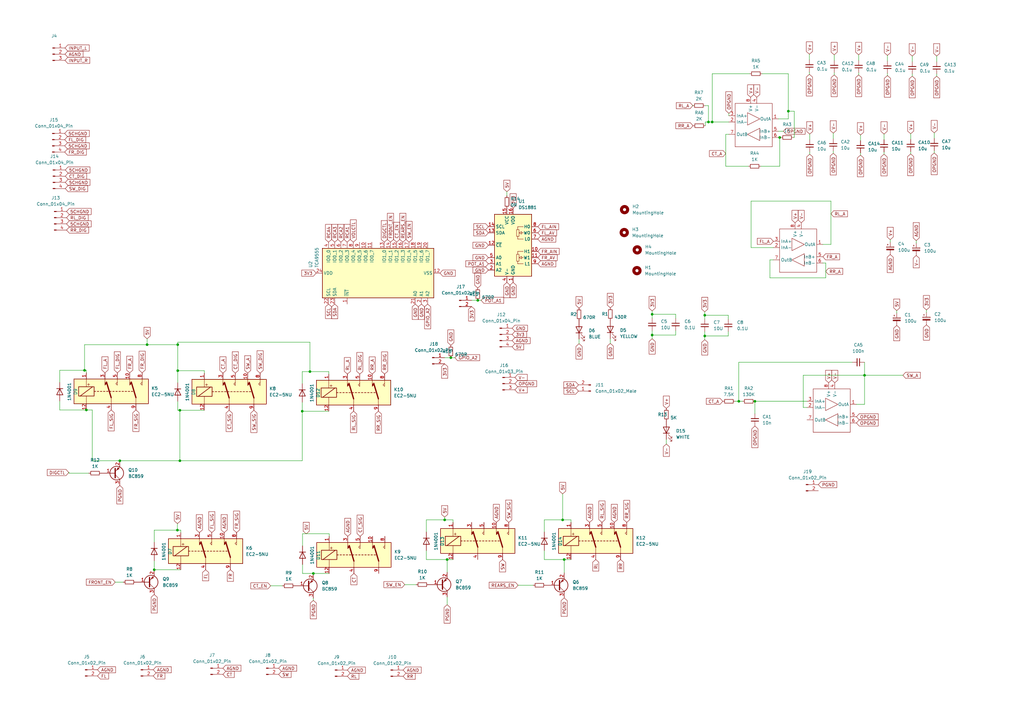
<source format=kicad_sch>
(kicad_sch (version 20230121) (generator eeschema)
  (paper "A3")
  (junction (at 267.462 128.905))
  (junction (at 73.787 168.275))
  (junction (at 323.342 45.593))
  (junction (at 309.626 164.592))
  (junction (at 354.584 153.924))
  (junction (at 49.149 188.976))
  (junction (at 267.462 137.414))
  (junction (at 34.671 151.892))
  (junction (at 231.394 229.489))
  (junction (at 319.786 56.388))
  (junction (at 183.388 229.489))
  (junction (at 292.1 50.038))
  (junction (at 289.052 129.286))
  (junction (at 73.787 188.976))
  (junction (at 72.898 152.019))
  (junction (at 289.052 137.795))
  (junction (at 35.433 168.148))
  (junction (at 230.759 213.233))
  (junction (at 195.961 123.19))
  (junction (at 128.524 235.204))
  (junction (at 72.771 217.424))
  (junction (at 127.127 152.4))
  (junction (at 123.952 168.656))
  (junction (at 72.898 141.351))
  (junction (at 184.912 146.685))
  (junction (at 182.372 213.233))
  (junction (at 303.022 164.592))
  (junction (at 63.246 233.68))
  (junction (at 290.576 50.038))
  (junction (at 60.325 141.351))
  (wire (pts (xy 315.7925 113.9728) (xy 315.7925 106.6068)))
  (wire (pts (xy 370.332 153.924) (xy 354.584 153.924)))
  (wire (pts (xy 384.175 31.242) (xy 384.175 30.353)))
  (wire (pts (xy 28.321 194.056) (xy 36.449 194.056)))
  (wire (pts (xy 309.626 164.592) (xy 309.626 169.672)))
  (wire (pts (xy 331.978 30.48) (xy 331.978 29.591)))
  (wire (pts (xy 284.099 43.307) (xy 284.226 43.307)))
  (wire (pts (xy 289.052 137.795) (xy 298.704 137.795)))
  (wire (pts (xy 47.244 238.76) (xy 50.546 238.76)))
  (wire (pts (xy 123.952 188.976) (xy 73.787 188.976)))
  (wire (pts (xy 124.079 235.204) (xy 124.079 231.521)))
  (wire (pts (xy 230.759 202.565) (xy 230.759 213.233)))
  (wire (pts (xy 325.755 45.593) (xy 325.755 56.388)))
  (wire (pts (xy 174.879 229.489) (xy 183.388 229.489)))
  (wire (pts (xy 284.226 43.3323) (xy 284.1459 43.3323)))
  (wire (pts (xy 338.6525 107.8768) (xy 338.6525 113.9728)))
  (wire (pts (xy 290.576 50.038) (xy 292.1 50.038)))
  (wire (pts (xy 185.801 213.233) (xy 185.801 214.249)))
  (wire (pts (xy 367.792 127.381) (xy 367.792 128.397)))
  (wire (pts (xy 374.142 31.242) (xy 374.142 30.353)))
  (wire (pts (xy 212.471 240.03) (xy 218.694 240.03)))
  (wire (pts (xy 292.1 30.226) (xy 292.1 50.038)))
  (wire (pts (xy 267.462 138.938) (xy 267.462 137.414)))
  (wire (pts (xy 73.787 168.275) (xy 73.787 188.976)))
  (wire (pts (xy 49.149 188.976) (xy 73.787 188.976)))
  (wire (pts (xy 72.898 168.275) (xy 72.898 164.592)))
  (wire (pts (xy 323.342 45.593) (xy 323.342 30.226)))
  (wire (pts (xy 28.321 193.802) (xy 28.321 194.056)))
  (wire (pts (xy 24.511 156.845) (xy 24.511 151.892)))
  (wire (pts (xy 338.6525 113.9728) (xy 315.7925 113.9728)))
  (wire (pts (xy 110.998 240.284) (xy 115.824 240.284)))
  (wire (pts (xy 24.511 151.892) (xy 34.671 151.892)))
  (wire (pts (xy 379.984 127.127) (xy 379.984 128.143)))
  (wire (pts (xy 351.282 165.862) (xy 354.584 165.862)))
  (wire (pts (xy 197.358 123.19) (xy 195.961 123.19)))
  (wire (pts (xy 342.138 24.765) (xy 342.138 22.479)))
  (wire (pts (xy 362.585 63.246) (xy 362.585 62.357)))
  (wire (pts (xy 383.159 56.769) (xy 383.159 54.483)))
  (wire (pts (xy 63.246 233.68) (xy 74.168 233.68)))
  (wire (pts (xy 123.952 157.353) (xy 123.952 152.4)))
  (wire (pts (xy 63.246 217.424) (xy 72.771 217.424)))
  (wire (pts (xy 83.82 152.019) (xy 83.82 153.035)))
  (wire (pts (xy 174.879 229.489) (xy 174.879 225.806)))
  (wire (pts (xy 183.388 234.696) (xy 183.388 229.489)))
  (wire (pts (xy 301.498 164.592) (xy 303.022 164.592)))
  (wire (pts (xy 277.114 128.905) (xy 267.462 128.905)))
  (wire (pts (xy 323.342 30.226) (xy 312.547 30.226)))
  (wire (pts (xy 207.899 80.264) (xy 207.899 78.613)))
  (wire (pts (xy 237.49 140.97) (xy 237.49 139.065)))
  (wire (pts (xy 289.306 50.038) (xy 289.306 51.562)))
  (wire (pts (xy 362.585 57.277) (xy 362.585 54.991)))
  (wire (pts (xy 83.82 168.275) (xy 73.787 168.275)))
  (wire (pts (xy 60.325 141.351) (xy 34.671 141.351)))
  (wire (pts (xy 317.1895 101.5268) (xy 308.0455 101.5268)))
  (wire (pts (xy 352.171 24.765) (xy 352.171 22.479)))
  (wire (pts (xy 267.462 128.905) (xy 267.462 130.556)))
  (wire (pts (xy 319.278 48.768) (xy 323.342 48.768)))
  (wire (pts (xy 320.294 56.388) (xy 319.786 56.388)))
  (wire (pts (xy 352.933 63.627) (xy 352.933 62.738)))
  (wire (pts (xy 384.175 25.273) (xy 384.175 22.987)))
  (wire (pts (xy 303.022 148.59) (xy 303.022 164.592)))
  (wire (pts (xy 306.959 68.199) (xy 297.688 68.199)))
  (wire (pts (xy 72.771 217.424) (xy 74.168 217.424)))
  (wire (pts (xy 184.912 146.685) (xy 182.372 146.685)))
  (wire (pts (xy 73.787 168.275) (xy 72.898 168.275)))
  (wire (pts (xy 325.755 56.388) (xy 325.374 56.388)))
  (wire (pts (xy 183.388 229.489) (xy 185.801 229.489)))
  (wire (pts (xy 134.874 168.656) (xy 123.952 168.656)))
  (wire (pts (xy 128.524 235.204) (xy 135.001 235.204)))
  (wire (pts (xy 373.507 57.15) (xy 373.507 54.864)))
  (wire (pts (xy 332.105 57.277) (xy 332.105 54.991)))
  (wire (pts (xy 182.372 212.09) (xy 182.372 213.233)))
  (wire (pts (xy 323.342 45.593) (xy 325.755 45.593)))
  (wire (pts (xy 340.8115 82.4768) (xy 340.8115 100.2568)))
  (wire (pts (xy 72.898 141.351) (xy 72.898 152.019)))
  (wire (pts (xy 223.266 218.186) (xy 223.266 213.233)))
  (wire (pts (xy 290.576 43.307) (xy 290.576 50.038)))
  (wire (pts (xy 127.127 152.4) (xy 134.874 152.4)))
  (wire (pts (xy 292.1 50.038) (xy 298.958 50.038)))
  (wire (pts (xy 60.325 141.351) (xy 72.898 141.351)))
  (wire (pts (xy 72.771 214.757) (xy 72.771 217.424)))
  (wire (pts (xy 267.462 127.508) (xy 267.462 128.905)))
  (wire (pts (xy 134.874 152.4) (xy 134.874 153.416)))
  (wire (pts (xy 289.052 137.795) (xy 289.052 136.017)))
  (wire (pts (xy 35.433 168.148) (xy 37.846 168.148)))
  (wire (pts (xy 303.022 164.592) (xy 304.546 164.592)))
  (wire (pts (xy 273.304 182.118) (xy 273.304 180.213)))
  (wire (pts (xy 363.982 25.019) (xy 363.982 22.733)))
  (wire (pts (xy 124.079 235.204) (xy 128.524 235.204)))
  (wire (pts (xy 37.846 188.976) (xy 37.846 168.148)))
  (wire (pts (xy 374.142 25.273) (xy 374.142 22.987)))
  (wire (pts (xy 329.438 153.924) (xy 354.584 153.924)))
  (wire (pts (xy 267.462 137.414) (xy 277.114 137.414)))
  (wire (pts (xy 330.962 167.132) (xy 329.438 167.132)))
  (wire (pts (xy 303.022 148.59) (xy 349.504 148.59)))
  (wire (pts (xy 74.168 217.424) (xy 74.168 218.44)))
  (wire (pts (xy 298.704 129.286) (xy 289.052 129.286)))
  (wire (pts (xy 182.372 213.233) (xy 185.801 213.233)))
  (wire (pts (xy 284.226 43.307) (xy 284.226 43.3323)))
  (wire (pts (xy 123.952 168.656) (xy 123.952 188.976)))
  (wire (pts (xy 383.159 62.738) (xy 383.159 61.849)))
  (wire (pts (xy 183.388 244.856) (xy 183.388 248.031)))
  (wire (pts (xy 35.433 151.892) (xy 35.433 152.908)))
  (wire (pts (xy 124.079 223.901) (xy 124.079 218.948)))
  (wire (pts (xy 223.266 213.233) (xy 230.759 213.233)))
  (wire (pts (xy 72.898 156.972) (xy 72.898 152.019)))
  (wire (pts (xy 186.563 146.685) (xy 184.912 146.685)))
  (wire (pts (xy 123.952 168.656) (xy 123.952 164.973)))
  (wire (pts (xy 289.052 127.889) (xy 289.052 129.286)))
  (wire (pts (xy 37.846 188.976) (xy 49.149 188.976)))
  (wire (pts (xy 127.127 140.335) (xy 72.898 140.335)))
  (wire (pts (xy 165.989 239.776) (xy 170.688 239.776)))
  (wire (pts (xy 231.394 229.489) (xy 234.188 229.489)))
  (wire (pts (xy 230.759 213.233) (xy 234.188 213.233)))
  (wire (pts (xy 331.978 24.511) (xy 331.978 22.225)))
  (wire (pts (xy 341.757 56.896) (xy 341.757 54.61)))
  (wire (pts (xy 174.879 213.233) (xy 182.372 213.233)))
  (wire (pts (xy 319.278 53.848) (xy 321.31 53.848)))
  (wire (pts (xy 289.306 50.038) (xy 290.576 50.038)))
  (wire (pts (xy 292.1 30.226) (xy 307.467 30.226)))
  (wire (pts (xy 63.246 233.68) (xy 63.246 229.997)))
  (wire (pts (xy 365.125 98.298) (xy 365.125 99.314)))
  (wire (pts (xy 234.188 213.233) (xy 234.188 214.249)))
  (wire (pts (xy 277.114 137.414) (xy 277.114 135.636)))
  (wire (pts (xy 24.511 168.148) (xy 24.511 164.465)))
  (wire (pts (xy 308.0455 82.4768) (xy 340.8115 82.4768)))
  (wire (pts (xy 267.462 137.414) (xy 267.462 135.636)))
  (wire (pts (xy 315.7925 106.6068) (xy 317.1895 106.6068)))
  (wire (pts (xy 34.671 151.892) (xy 35.433 151.892)))
  (wire (pts (xy 231.394 229.489) (xy 231.394 234.95)))
  (wire (pts (xy 289.052 139.319) (xy 289.052 137.795)))
  (wire (pts (xy 297.688 55.118) (xy 298.958 55.118)))
  (wire (pts (xy 329.438 167.132) (xy 329.438 153.924)))
  (wire (pts (xy 352.171 30.734) (xy 352.171 29.845)))
  (wire (pts (xy 352.933 57.658) (xy 352.933 55.372)))
  (wire (pts (xy 341.757 62.865) (xy 341.757 61.976)))
  (wire (pts (xy 223.266 229.489) (xy 223.266 225.806)))
  (wire (pts (xy 337.5095 107.8768) (xy 338.6525 107.8768)))
  (wire (pts (xy 375.793 98.679) (xy 375.793 99.695)))
  (wire (pts (xy 363.982 30.988) (xy 363.982 30.099)))
  (wire (pts (xy 298.704 130.937) (xy 298.704 129.286)))
  (wire (pts (xy 135.001 218.948) (xy 135.001 219.964)))
  (wire (pts (xy 250.317 140.843) (xy 250.317 138.938)))
  (wire (pts (xy 195.961 123.19) (xy 193.421 123.19)))
  (wire (pts (xy 60.325 138.938) (xy 60.325 141.351)))
  (wire (pts (xy 289.179 43.307) (xy 290.576 43.307)))
  (wire (pts (xy 72.898 152.019) (xy 83.82 152.019)))
  (wire (pts (xy 123.952 152.4) (xy 127.127 152.4)))
  (wire (pts (xy 337.5095 100.2568) (xy 340.8115 100.2568)))
  (wire (pts (xy 319.786 56.388) (xy 319.786 68.199)))
  (wire (pts (xy 28.194 193.802) (xy 28.321 193.802)))
  (wire (pts (xy 319.786 56.388) (xy 319.278 56.388)))
  (wire (pts (xy 312.039 68.199) (xy 319.786 68.199)))
  (wire (pts (xy 174.879 218.186) (xy 174.879 213.233)))
  (wire (pts (xy 354.584 148.59) (xy 354.584 153.924)))
  (wire (pts (xy 309.626 164.592) (xy 330.962 164.592)))
  (wire (pts (xy 127.127 152.4) (xy 127.127 140.335)))
  (wire (pts (xy 24.511 168.148) (xy 35.433 168.148)))
  (wire (pts (xy 289.052 129.286) (xy 289.052 130.937)))
  (wire (pts (xy 308.0455 101.5268) (xy 308.0455 82.4768)))
  (wire (pts (xy 63.246 222.377) (xy 63.246 217.424)))
  (wire (pts (xy 298.704 137.795) (xy 298.704 136.017)))
  (wire (pts (xy 297.688 68.199) (xy 297.688 55.118)))
  (wire (pts (xy 72.898 140.335) (xy 72.898 141.351)))
  (wire (pts (xy 342.138 30.734) (xy 342.138 29.845)))
  (wire (pts (xy 354.584 153.924) (xy 354.584 165.862)))
  (wire (pts (xy 332.105 63.246) (xy 332.105 62.357)))
  (wire (pts (xy 277.114 130.556) (xy 277.114 128.905)))
  (wire (pts (xy 373.507 63.119) (xy 373.507 62.23)))
  (wire (pts (xy 298.958 46.482) (xy 298.958 47.498)))
  (wire (pts (xy 124.079 218.948) (xy 135.001 218.948)))
  (wire (pts (xy 34.671 141.351) (xy 34.671 151.892)))
  (wire (pts (xy 128.524 246.253) (xy 128.524 245.364)))
  (wire (pts (xy 223.266 229.489) (xy 231.394 229.489)))
  (wire (pts (xy 323.342 48.768) (xy 323.342 45.593)))
  (global_label "AGND" (shape input) (at 91.44 274.066 0) (property "Intersheetrefs" "${INTERSHEET_REFS}" (effects hide)))
  (global_label "V-" (shape input) (at 342.392 156.972 90) (property "Intersheetrefs" "${INTERSHEET_REFS}" (effects hide)))
  (global_label "AGND" (shape input) (at 142.494 274.828 0) (property "Intersheetrefs" "${INTERSHEET_REFS}" (effects hide)))
  (global_label "3V3" (shape input) (at 379.984 127.127 90) (property "Intersheetrefs" "${INTERSHEET_REFS}" (effects hide)))
  (global_label "5CHGND" (shape input) (at 27.305 86.741 0) (property "Intersheetrefs" "${INTERSHEET_REFS}" (effects hide)))
  (global_label "GND" (shape input) (at 200.279 110.744 180) (property "Intersheetrefs" "${INTERSHEET_REFS}" (effects hide)))
  (global_label "AGND" (shape input) (at 142.621 219.964 90) (property "Intersheetrefs" "${INTERSHEET_REFS}" (effects hide)))
  (global_label "3V3" (shape input) (at 193.421 125.73 270) (property "Intersheetrefs" "${INTERSHEET_REFS}" (effects hide)))
  (global_label "PGND" (shape input) (at 63.246 243.84 270) (property "Intersheetrefs" "${INTERSHEET_REFS}" (effects hide)))
  (global_label "5CHGND" (shape input) (at 26.797 74.803 0) (property "Intersheetrefs" "${INTERSHEET_REFS}" (effects hide)))
  (global_label "3V3" (shape input) (at 182.372 149.225 270) (property "Intersheetrefs" "${INTERSHEET_REFS}" (effects hide)))
  (global_label "GND" (shape input) (at 367.792 133.477 270) (property "Intersheetrefs" "${INTERSHEET_REFS}" (effects hide)))
  (global_label "V+" (shape input) (at 352.933 55.372 90) (property "Intersheetrefs" "${INTERSHEET_REFS}" (effects hide)))
  (global_label "GND" (shape input) (at 250.317 140.843 270) (property "Intersheetrefs" "${INTERSHEET_REFS}" (effects hide)))
  (global_label "5V" (shape input) (at 210.058 142.24 0) (property "Intersheetrefs" "${INTERSHEET_REFS}" (effects hide)))
  (global_label "CT_EN" (shape input) (at 110.998 240.284 180) (property "Intersheetrefs" "${INTERSHEET_REFS}" (effects hide)))
  (global_label "SW_DIG" (shape input) (at 106.68 153.035 90) (property "Intersheetrefs" "${INTERSHEET_REFS}" (effects hide)))
  (global_label "REARS_EN" (shape input) (at 212.471 240.03 180) (property "Intersheetrefs" "${INTERSHEET_REFS}" (effects hide)))
  (global_label "5V" (shape input) (at 207.899 78.613 90) (property "Intersheetrefs" "${INTERSHEET_REFS}" (effects hide)))
  (global_label "AGND" (shape input) (at 81.788 218.44 90) (property "Intersheetrefs" "${INTERSHEET_REFS}" (effects hide)))
  (global_label "GND" (shape input) (at 379.984 133.223 270) (property "Intersheetrefs" "${INTERSHEET_REFS}" (effects hide)))
  (global_label "3V3" (shape input) (at 210.439 85.344 90) (property "Intersheetrefs" "${INTERSHEET_REFS}" (effects hide)))
  (global_label "3V3" (shape input) (at 250.317 126.238 90) (property "Intersheetrefs" "${INTERSHEET_REFS}" (effects hide)))
  (global_label "5V" (shape input) (at 125.603 218.948 90) (property "Intersheetrefs" "${INTERSHEET_REFS}" (effects hide)))
  (global_label "GND" (shape input) (at 184.912 141.605 90) (property "Intersheetrefs" "${INTERSHEET_REFS}" (effects hide)))
  (global_label "CT_A" (shape input) (at 296.418 164.592 180) (property "Intersheetrefs" "${INTERSHEET_REFS}" (effects hide)))
  (global_label "RL_A" (shape input) (at 284.1459 43.3323 180) (property "Intersheetrefs" "${INTERSHEET_REFS}" (effects hide)))
  (global_label "GND" (shape input) (at 210.058 134.62 0) (property "Intersheetrefs" "${INTERSHEET_REFS}" (effects hide)))
  (global_label "3V3" (shape input) (at 129.667 112.014 180) (property "Intersheetrefs" "${INTERSHEET_REFS}" (effects hide)))
  (global_label "AGND" (shape input) (at 375.793 98.679 90) (property "Intersheetrefs" "${INTERSHEET_REFS}" (effects hide)))
  (global_label "FL_A" (shape input) (at 43.053 152.908 90) (property "Intersheetrefs" "${INTERSHEET_REFS}" (effects hide)))
  (global_label "CT_A" (shape input) (at 297.688 62.992 180) (property "Intersheetrefs" "${INTERSHEET_REFS}" (effects hide)))
  (global_label "AGND" (shape input) (at 203.581 214.249 90) (property "Intersheetrefs" "${INTERSHEET_REFS}" (effects hide)))
  (global_label "V+" (shape input) (at 273.304 167.513 90) (property "Intersheetrefs" "${INTERSHEET_REFS}" (effects hide)))
  (global_label "5V" (shape input) (at 182.372 212.09 90) (property "Intersheetrefs" "${INTERSHEET_REFS}" (effects hide)))
  (global_label "AGND" (shape input) (at 62.865 274.701 0) (property "Intersheetrefs" "${INTERSHEET_REFS}" (effects hide)))
  (global_label "PGND" (shape input) (at 231.394 245.237 270) (property "Intersheetrefs" "${INTERSHEET_REFS}" (effects hide)))
  (global_label "V+" (shape input) (at 307.848 39.878 90) (property "Intersheetrefs" "${INTERSHEET_REFS}" (effects hide)))
  (global_label "PGND" (shape input) (at 335.661 198.755 0) (property "Intersheetrefs" "${INTERSHEET_REFS}" (effects hide)))
  (global_label "SCL" (shape input) (at 200.279 92.964 180) (property "Intersheetrefs" "${INTERSHEET_REFS}" (effects hide)))
  (global_label "RL_DIG" (shape input) (at 27.305 89.281 0) (property "Intersheetrefs" "${INTERSHEET_REFS}" (effects hide)))
  (global_label "FL_A" (shape input) (at 317.1895 98.9868 180) (property "Intersheetrefs" "${INTERSHEET_REFS}" (effects hide)))
  (global_label "PGND" (shape input) (at 128.524 246.253 270) (property "Intersheetrefs" "${INTERSHEET_REFS}" (effects hide)))
  (global_label "FR_AIN" (shape input) (at 220.599 103.124 0) (property "Intersheetrefs" "${INTERSHEET_REFS}" (effects hide)))
  (global_label "PGND" (shape input) (at 49.149 199.136 270) (property "Intersheetrefs" "${INTERSHEET_REFS}" (effects hide)))
  (global_label "OPGND" (shape input) (at 332.105 63.246 270) (property "Intersheetrefs" "${INTERSHEET_REFS}" (effects hide)))
  (global_label "RCA1" (shape input) (at 142.367 99.314 90) (property "Intersheetrefs" "${INTERSHEET_REFS}" (effects hide)))
  (global_label "OPGND" (shape input) (at 352.933 63.627 270) (property "Intersheetrefs" "${INTERSHEET_REFS}" (effects hide)))
  (global_label "SW" (shape input) (at 114.3 276.606 0) (property "Intersheetrefs" "${INTERSHEET_REFS}" (effects hide)))
  (global_label "OPGND" (shape input) (at 309.626 174.752 270) (property "Intersheetrefs" "${INTERSHEET_REFS}" (effects hide)))
  (global_label "OPGND" (shape input) (at 351.282 170.942 0) (property "Intersheetrefs" "${INTERSHEET_REFS}" (effects hide)))
  (global_label "5V" (shape input) (at 367.792 127.381 90) (property "Intersheetrefs" "${INTERSHEET_REFS}" (effects hide)))
  (global_label "FR_A" (shape input) (at 53.213 152.908 90) (property "Intersheetrefs" "${INTERSHEET_REFS}" (effects hide)))
  (global_label "GPIO_A2" (shape input) (at 175.387 124.714 270) (property "Intersheetrefs" "${INTERSHEET_REFS}" (effects hide)))
  (global_label "SCL" (shape input) (at 237.236 160.401 180) (property "Intersheetrefs" "${INTERSHEET_REFS}" (effects hide)))
  (global_label "AGND" (shape input) (at 91.948 218.44 90) (property "Intersheetrefs" "${INTERSHEET_REFS}" (effects hide)))
  (global_label "FL_AIN" (shape input) (at 220.599 92.964 0) (property "Intersheetrefs" "${INTERSHEET_REFS}" (effects hide)))
  (global_label "FR_DIG" (shape input) (at 26.543 62.357 0) (property "Intersheetrefs" "${INTERSHEET_REFS}" (effects hide)))
  (global_label "CT_DIG" (shape input) (at 26.797 72.263 0) (property "Intersheetrefs" "${INTERSHEET_REFS}" (effects hide)))
  (global_label "CT" (shape input) (at 91.44 276.606 0) (property "Intersheetrefs" "${INTERSHEET_REFS}" (effects hide)))
  (global_label "FR_SIG" (shape input) (at 55.753 168.148 270) (property "Intersheetrefs" "${INTERSHEET_REFS}" (effects hide)))
  (global_label "RR_A" (shape input) (at 338.6525 111.3058 0) (property "Intersheetrefs" "${INTERSHEET_REFS}" (effects hide)))
  (global_label "DIGCTL" (shape input) (at 157.607 99.314 90) (property "Intersheetrefs" "${INTERSHEET_REFS}" (effects hide)))
  (global_label "SDA" (shape input) (at 137.287 124.714 270) (property "Intersheetrefs" "${INTERSHEET_REFS}" (effects hide)))
  (global_label "FR_AV" (shape input) (at 220.599 105.664 0) (property "Intersheetrefs" "${INTERSHEET_REFS}" (effects hide)))
  (global_label "GND" (shape input) (at 172.847 124.714 270) (property "Intersheetrefs" "${INTERSHEET_REFS}" (effects hide)))
  (global_label "V+" (shape input) (at 332.105 54.991 90) (property "Intersheetrefs" "${INTERSHEET_REFS}" (effects hide)))
  (global_label "3V3" (shape input) (at 267.462 127.508 90) (property "Intersheetrefs" "${INTERSHEET_REFS}" (effects hide)))
  (global_label "V+" (shape input) (at 339.852 156.972 90) (property "Intersheetrefs" "${INTERSHEET_REFS}" (effects hide)))
  (global_label "V+" (shape input) (at 342.138 22.479 90) (property "Intersheetrefs" "${INTERSHEET_REFS}" (effects hide)))
  (global_label "SCL" (shape input) (at 134.747 124.714 270) (property "Intersheetrefs" "${INTERSHEET_REFS}" (effects hide)))
  (global_label "OPGND" (shape input) (at 352.171 30.734 270) (property "Intersheetrefs" "${INTERSHEET_REFS}" (effects hide)))
  (global_label "RL_SIG" (shape input) (at 145.034 168.656 270) (property "Intersheetrefs" "${INTERSHEET_REFS}" (effects hide)))
  (global_label "5CHGND" (shape input) (at 26.543 59.817 0) (property "Intersheetrefs" "${INTERSHEET_REFS}" (effects hide)))
  (global_label "V-" (shape input) (at 374.142 22.987 90) (property "Intersheetrefs" "${INTERSHEET_REFS}" (effects hide)))
  (global_label "5V" (shape input) (at 60.325 138.938 90) (property "Intersheetrefs" "${INTERSHEET_REFS}" (effects hide)))
  (global_label "FR_A" (shape input) (at 337.5095 105.3368 0) (property "Intersheetrefs" "${INTERSHEET_REFS}" (effects hide)))
  (global_label "CT_DIG" (shape input) (at 96.52 153.035 90) (property "Intersheetrefs" "${INTERSHEET_REFS}" (effects hide)))
  (global_label "RCA2" (shape input) (at 139.827 99.314 90) (property "Intersheetrefs" "${INTERSHEET_REFS}" (effects hide)))
  (global_label "INPUT_L" (shape input) (at 26.67 19.685 0) (property "Intersheetrefs" "${INTERSHEET_REFS}" (effects hide)))
  (global_label "OPGND" (shape input) (at 362.585 63.246 270) (property "Intersheetrefs" "${INTERSHEET_REFS}" (effects hide)))
  (global_label "GND" (shape input) (at 170.307 124.714 270) (property "Intersheetrefs" "${INTERSHEET_REFS}" (effects hide)))
  (global_label "V-" (shape input) (at 375.793 104.775 270) (property "Intersheetrefs" "${INTERSHEET_REFS}" (effects hide)))
  (global_label "RR_SIG" (shape input) (at 155.194 168.656 270) (property "Intersheetrefs" "${INTERSHEET_REFS}" (effects hide)))
  (global_label "CT_EN" (shape input) (at 162.687 99.314 90) (property "Intersheetrefs" "${INTERSHEET_REFS}" (effects hide)))
  (global_label "CT_A" (shape input) (at 91.44 153.035 90) (property "Intersheetrefs" "${INTERSHEET_REFS}" (effects hide)))
  (global_label "5CHGND" (shape input) (at 27.305 91.821 0) (property "Intersheetrefs" "${INTERSHEET_REFS}" (effects hide)))
  (global_label "GND" (shape input) (at 180.467 112.014 0) (property "Intersheetrefs" "${INTERSHEET_REFS}" (effects hide)))
  (global_label "DIGCTL" (shape input) (at 28.194 193.802 180) (property "Intersheetrefs" "${INTERSHEET_REFS}" (effects hide)))
  (global_label "V-" (shape input) (at 341.757 54.61 90) (property "Intersheetrefs" "${INTERSHEET_REFS}" (effects hide)))
  (global_label "SDA" (shape input) (at 237.236 157.861 180) (property "Intersheetrefs" "${INTERSHEET_REFS}" (effects hide)))
  (global_label "RL_SIG" (shape input) (at 246.888 214.249 90) (property "Intersheetrefs" "${INTERSHEET_REFS}" (effects hide)))
  (global_label "RR_A" (shape input) (at 152.654 153.416 90) (property "Intersheetrefs" "${INTERSHEET_REFS}" (effects hide)))
  (global_label "V+" (shape input) (at 211.201 159.893 0) (property "Intersheetrefs" "${INTERSHEET_REFS}" (effects hide)))
  (global_label "SW_A" (shape input) (at 370.332 153.924 0) (property "Intersheetrefs" "${INTERSHEET_REFS}" (effects hide)))
  (global_label "AGND" (shape input) (at 114.3 274.066 0) (property "Intersheetrefs" "${INTERSHEET_REFS}" (effects hide)))
  (global_label "OPGND" (shape input) (at 351.282 173.482 0) (property "Intersheetrefs" "${INTERSHEET_REFS}" (effects hide)))
  (global_label "5CHGND" (shape input) (at 26.797 69.723 0) (property "Intersheetrefs" "${INTERSHEET_REFS}" (effects hide)))
  (global_label "AGND" (shape input) (at 220.599 108.204 0) (property "Intersheetrefs" "${INTERSHEET_REFS}" (effects hide)))
  (global_label "5V" (shape input) (at 237.49 126.365 90) (property "Intersheetrefs" "${INTERSHEET_REFS}" (effects hide)))
  (global_label "V-" (shape input) (at 384.175 22.987 90) (property "Intersheetrefs" "${INTERSHEET_REFS}" (effects hide)))
  (global_label "OPGND" (shape input) (at 374.142 31.242 270) (property "Intersheetrefs" "${INTERSHEET_REFS}" (effects hide)))
  (global_label "5V" (shape input) (at 230.759 202.565 90) (property "Intersheetrefs" "${INTERSHEET_REFS}" (effects hide)))
  (global_label "FR_SIG" (shape input) (at 97.028 218.44 90) (property "Intersheetrefs" "${INTERSHEET_REFS}" (effects hide)))
  (global_label "V-" (shape input) (at 273.304 182.118 270) (property "Intersheetrefs" "${INTERSHEET_REFS}" (effects hide)))
  (global_label "SW_SIG" (shape input) (at 208.661 214.249 90) (property "Intersheetrefs" "${INTERSHEET_REFS}" (effects hide)))
  (global_label "FL_DIG" (shape input) (at 48.133 152.908 90) (property "Intersheetrefs" "${INTERSHEET_REFS}" (effects hide)))
  (global_label "GND" (shape input) (at 267.462 138.938 270) (property "Intersheetrefs" "${INTERSHEET_REFS}" (effects hide)))
  (global_label "OPGND" (shape input) (at 298.958 46.482 90) (property "Intersheetrefs" "${INTERSHEET_REFS}" (effects hide)))
  (global_label "OPGND" (shape input) (at 363.982 30.988 270) (property "Intersheetrefs" "${INTERSHEET_REFS}" (effects hide)))
  (global_label "GND" (shape input) (at 200.279 105.664 180) (property "Intersheetrefs" "${INTERSHEET_REFS}" (effects hide)))
  (global_label "AGND" (shape input) (at 251.968 214.249 90) (property "Intersheetrefs" "${INTERSHEET_REFS}" (effects hide)))
  (global_label "GPIO_A2" (shape input) (at 186.563 146.685 0) (property "Intersheetrefs" "${INTERSHEET_REFS}" (effects hide)))
  (global_label "GND" (shape input) (at 210.439 115.824 270) (property "Intersheetrefs" "${INTERSHEET_REFS}" (effects hide)))
  (global_label "FR" (shape input) (at 94.488 233.68 270) (property "Intersheetrefs" "${INTERSHEET_REFS}" (effects hide)))
  (global_label "V-" (shape input) (at 328.6195 91.3668 90) (property "Intersheetrefs" "${INTERSHEET_REFS}" (effects hide)))
  (global_label "FL_DIG" (shape input) (at 26.543 57.277 0) (property "Intersheetrefs" "${INTERSHEET_REFS}" (effects hide)))
  (global_label "AGND" (shape input) (at 241.808 214.249 90) (property "Intersheetrefs" "${INTERSHEET_REFS}" (effects hide)))
  (global_label "REARS_EN" (shape input) (at 165.227 99.314 90) (property "Intersheetrefs" "${INTERSHEET_REFS}" (effects hide)))
  (global_label "SW_SIG" (shape input) (at 104.14 168.275 270) (property "Intersheetrefs" "${INTERSHEET_REFS}" (effects hide)))
  (global_label "CT_SIG" (shape input) (at 147.701 219.964 90) (property "Intersheetrefs" "${INTERSHEET_REFS}" (effects hide)))
  (global_label "VOLCTL" (shape input) (at 144.907 99.314 90) (property "Intersheetrefs" "${INTERSHEET_REFS}" (effects hide)))
  (global_label "OPGND" (shape input) (at 383.159 62.738 270) (property "Intersheetrefs" "${INTERSHEET_REFS}" (effects hide)))
  (global_label "GND" (shape input) (at 289.052 139.319 270) (property "Intersheetrefs" "${INTERSHEET_REFS}" (effects hide)))
  (global_label "RR_DIG" (shape input) (at 157.734 153.416 90) (property "Intersheetrefs" "${INTERSHEET_REFS}" (effects hide)))
  (global_label "FL_SIG" (shape input) (at 86.868 218.44 90) (property "Intersheetrefs" "${INTERSHEET_REFS}" (effects hide)))
  (global_label "FRONT_EN" (shape input) (at 47.244 238.76 180) (property "Intersheetrefs" "${INTERSHEET_REFS}" (effects hide)))
  (global_label "OPGND" (shape input) (at 384.175 31.242 270) (property "Intersheetrefs" "${INTERSHEET_REFS}" (effects hide)))
  (global_label "FL" (shape input) (at 84.328 233.68 270) (property "Intersheetrefs" "${INTERSHEET_REFS}" (effects hide)))
  (global_label "FL" (shape input) (at 40.005 277.241 0) (property "Intersheetrefs" "${INTERSHEET_REFS}" (effects hide)))
  (global_label "RR_SIG" (shape input) (at 257.048 214.249 90) (property "Intersheetrefs" "${INTERSHEET_REFS}" (effects hide)))
  (global_label "SW_EN" (shape input) (at 165.989 239.776 180) (property "Intersheetrefs" "${INTERSHEET_REFS}" (effects hide)))
  (global_label "GND" (shape input) (at 237.49 140.97 270) (property "Intersheetrefs" "${INTERSHEET_REFS}" (effects hide)))
  (global_label "OPGND" (shape input) (at 342.138 30.734 270) (property "Intersheetrefs" "${INTERSHEET_REFS}" (effects hide)))
  (global_label "RR_A" (shape input) (at 284.226 51.562 180) (property "Intersheetrefs" "${INTERSHEET_REFS}" (effects hide)))
  (global_label "AGND" (shape input) (at 165.354 274.828 0) (property "Intersheetrefs" "${INTERSHEET_REFS}" (effects hide)))
  (global_label "RR" (shape input) (at 254.508 229.489 270) (property "Intersheetrefs" "${INTERSHEET_REFS}" (effects hide)))
  (global_label "POT_A1" (shape input) (at 197.358 123.19 0) (property "Intersheetrefs" "${INTERSHEET_REFS}" (effects hide)))
  (global_label "3V3" (shape input) (at 289.052 127.889 90) (property "Intersheetrefs" "${INTERSHEET_REFS}" (effects hide)))
  (global_label "RCA4" (shape input) (at 134.747 99.314 90) (property "Intersheetrefs" "${INTERSHEET_REFS}" (effects hide)))
  (global_label "OPGND" (shape input) (at 331.978 30.48 270) (property "Intersheetrefs" "${INTERSHEET_REFS}" (effects hide)))
  (global_label "FRONT_EN" (shape input) (at 160.147 99.314 90) (property "Intersheetrefs" "${INTERSHEET_REFS}" (effects hide)))
  (global_label "OPGND" (shape input) (at 341.757 62.865 270) (property "Intersheetrefs" "${INTERSHEET_REFS}" (effects hide)))
  (global_label "RL_DIG" (shape input) (at 147.574 153.416 90) (property "Intersheetrefs" "${INTERSHEET_REFS}" (effects hide)))
  (global_label "V+" (shape input) (at 365.125 98.298 90) (property "Intersheetrefs" "${INTERSHEET_REFS}" (effects hide)))
  (global_label "V+" (shape input) (at 373.507 54.864 90) (property "Intersheetrefs" "${INTERSHEET_REFS}" (effects hide)))
  (global_label "SW" (shape input) (at 206.121 229.489 270) (property "Intersheetrefs" "${INTERSHEET_REFS}" (effects hide)))
  (global_label "5CHGND" (shape input) (at 26.543 54.737 0) (property "Intersheetrefs" "${INTERSHEET_REFS}" (effects hide)))
  (global_label "V+" (shape input) (at 352.171 22.479 90) (property "Intersheetrefs" "${INTERSHEET_REFS}" (effects hide)))
  (global_label "RR_DIG" (shape input) (at 27.305 94.361 0) (property "Intersheetrefs" "${INTERSHEET_REFS}" (effects hide)))
  (global_label "FL_SIG" (shape input) (at 45.593 168.148 270) (property "Intersheetrefs" "${INTERSHEET_REFS}" (effects hide)))
  (global_label "SW_DIG" (shape input) (at 26.797 77.343 0) (property "Intersheetrefs" "${INTERSHEET_REFS}" (effects hide)))
  (global_label "FR" (shape input) (at 62.865 277.241 0) (property "Intersheetrefs" "${INTERSHEET_REFS}" (effects hide)))
  (global_label "FL_AV" (shape input) (at 220.599 95.504 0) (property "Intersheetrefs" "${INTERSHEET_REFS}" (effects hide)))
  (global_label "OPGND" (shape input) (at 321.31 53.848 0) (property "Intersheetrefs" "${INTERSHEET_REFS}" (effects hide)))
  (global_label "V+" (shape input) (at 326.0795 91.3668 90) (property "Intersheetrefs" "${INTERSHEET_REFS}" (effects hide)))
  (global_label "GND" (shape input) (at 195.961 118.11 90) (property "Intersheetrefs" "${INTERSHEET_REFS}" (effects hide)))
  (global_label "AGND" (shape input) (at 210.058 139.7 0) (property "Intersheetrefs" "${INTERSHEET_REFS}" (effects hide)))
  (global_label "AGND" (shape input) (at 365.125 104.394 270) (property "Intersheetrefs" "${INTERSHEET_REFS}" (effects hide)))
  (global_label "INPUT_R" (shape input) (at 26.67 24.765 0) (property "Intersheetrefs" "${INTERSHEET_REFS}" (effects hide)))
  (global_label "SW_A" (shape input) (at 101.6 153.035 90) (property "Intersheetrefs" "${INTERSHEET_REFS}" (effects hide)))
  (global_label "V-" (shape input) (at 383.159 54.483 90) (property "Intersheetrefs" "${INTERSHEET_REFS}" (effects hide)))
  (global_label "V-" (shape input) (at 211.201 154.813 0) (property "Intersheetrefs" "${INTERSHEET_REFS}" (effects hide)))
  (global_label "RL" (shape input) (at 244.348 229.489 270) (property "Intersheetrefs" "${INTERSHEET_REFS}" (effects hide)))
  (global_label "POT_A1" (shape input) (at 200.279 108.204 180) (property "Intersheetrefs" "${INTERSHEET_REFS}" (effects hide)))
  (global_label "3V3" (shape input) (at 210.058 137.16 0) (property "Intersheetrefs" "${INTERSHEET_REFS}" (effects hide)))
  (global_label "V-" (shape input) (at 310.388 39.878 90) (property "Intersheetrefs" "${INTERSHEET_REFS}" (effects hide)))
  (global_label "V+" (shape input) (at 331.978 22.225 90) (property "Intersheetrefs" "${INTERSHEET_REFS}" (effects hide)))
  (global_label "GND" (shape input) (at 207.899 115.824 270) (property "Intersheetrefs" "${INTERSHEET_REFS}" (effects hide)))
  (global_label "RCA3" (shape input) (at 137.287 99.314 90) (property "Intersheetrefs" "${INTERSHEET_REFS}" (effects hide)))
  (global_label "CT_SIG" (shape input) (at 93.98 168.275 270) (property "Intersheetrefs" "${INTERSHEET_REFS}" (effects hide)))
  (global_label "RL_A" (shape input) (at 142.494 153.416 90) (property "Intersheetrefs" "${INTERSHEET_REFS}" (effects hide)))
  (global_label "V-" (shape input) (at 362.585 54.991 90) (property "Intersheetrefs" "${INTERSHEET_REFS}" (effects hide)))
  (global_label "5V" (shape input) (at 72.771 214.757 90) (property "Intersheetrefs" "${INTERSHEET_REFS}" (effects hide)))
  (global_label "SDA" (shape input) (at 200.279 95.504 180) (property "Intersheetrefs" "${INTERSHEET_REFS}" (effects hide)))
  (global_label "FR_DIG" (shape input) (at 58.293 152.908 90) (property "Intersheetrefs" "${INTERSHEET_REFS}" (effects hide)))
  (global_label "V-" (shape input) (at 363.982 22.733 90) (property "Intersheetrefs" "${INTERSHEET_REFS}" (effects hide)))
  (global_label "SW_EN" (shape input) (at 167.767 99.314 90) (property "Intersheetrefs" "${INTERSHEET_REFS}" (effects hide)))
  (global_label "OPGND" (shape input) (at 373.507 63.119 270) (property "Intersheetrefs" "${INTERSHEET_REFS}" (effects hide)))
  (global_label "OPGND" (shape input) (at 211.201 157.353 0) (property "Intersheetrefs" "${INTERSHEET_REFS}" (effects hide)))
  (global_label "AGND" (shape input) (at 220.599 98.044 0) (property "Intersheetrefs" "${INTERSHEET_REFS}" (effects hide)))
  (global_label "AGND" (shape input) (at 40.005 274.701 0) (property "Intersheetrefs" "${INTERSHEET_REFS}" (effects hide)))
  (global_label "AGND" (shape input) (at 26.67 22.225 0) (property "Intersheetrefs" "${INTERSHEET_REFS}" (effects hide)))
  (global_label "RR" (shape input) (at 165.354 277.368 0) (property "Intersheetrefs" "${INTERSHEET_REFS}" (effects hide)))
  (global_label "CT" (shape input) (at 145.161 235.204 270) (property "Intersheetrefs" "${INTERSHEET_REFS}" (effects hide)))
  (global_label "RL" (shape input) (at 142.494 277.368 0) (property "Intersheetrefs" "${INTERSHEET_REFS}" (effects hide)))
  (global_label "RL_A" (shape input) (at 340.8115 87.6838 0) (property "Intersheetrefs" "${INTERSHEET_REFS}" (effects hide)))
  (global_label "GND" (shape input) (at 200.279 100.584 180) (property "Intersheetrefs" "${INTERSHEET_REFS}" (effects hide)))
  (global_label "PGND" (shape input) (at 183.388 248.031 270) (property "Intersheetrefs" "${INTERSHEET_REFS}" (effects hide)))
  (symbol (lib_id "Transistor_BJT:BC859") (at 46.609 194.056 0) (mirror x) (unit 1)
    (property "Reference" "Q10" (at 52.578 192.786 0) (effects (justify left)))
    (property "Value" "BC859" (at 52.578 195.326 0) (effects (justify left)))
    (property "Footprint" "Package_TO_SOT_SMD:SOT-23" (effects hide))
    (property "Datasheet" "http://www.infineon.com/dgdl/Infineon-BC857SERIES_BC858SERIES_BC859SERIES_BC860SERIES-DS-v01_01-en.pdf?fileId=db3a304314dca389011541da0e3a1661" (effects hide))
  )
  (symbol (lib_id "Connector:Conn_01x02_Pin") (at 57.785 274.701 0) (unit 1)
    (property "Reference" "J6" (at 58.42 269.367 0))
    (property "Value" "Conn_01x02_Pin" (at 58.42 271.907 0))
    (property "Footprint" "Connector_JST:JST_PH_B2B-PH-K_1x02_P2.00mm_Vertical" (effects hide))
  )
  (symbol (lib_id "Relay:EC2-5NU") (at 145.161 227.584 0) (unit 1)
    (property "Reference" "K9" (at 161.671 226.314 0) (effects (justify left)))
    (property "Value" "EC2-5NU" (at 161.671 228.854 0) (effects (justify left)))
    (property "Footprint" "Components:KEMET EA2" (effects hide))
    (property "Datasheet" "https://content.kemet.com/datasheets/KEM_R7002_EC2_EE2.pdf" (effects hide))
  )
  (symbol (lib_id "Connector:Conn_01x02_Pin") (at 137.414 274.828 0) (unit 1)
    (property "Reference" "J9" (at 138.049 269.494 0))
    (property "Value" "Conn_01x02_Pin" (at 138.049 272.034 0))
    (property "Footprint" "Connector_JST:JST_PH_B2B-PH-K_1x02_P2.00mm_Vertical" (effects hide))
  )
  (symbol (lib_id "Relay:EC2-5NU") (at 45.593 160.528 0) (unit 1)
    (property "Reference" "K5" (at 62.103 159.258 0) (effects (justify left)))
    (property "Value" "EC2-5NU" (at 62.103 161.798 0) (effects (justify left)))
    (property "Footprint" "Components:KEMET EA2" (effects hide))
    (property "Datasheet" "https://content.kemet.com/datasheets/KEM_R7002_EC2_EE2.pdf" (effects hide))
  )
  (symbol (lib_id "Connector:Conn_01x04_Pin") (at 21.463 57.277 0) (unit 1)
    (property "Reference" "J15" (at 22.098 49.149 0))
    (property "Value" "Conn_01x04_Pin" (at 22.098 51.689 0))
    (property "Footprint" "Connector_JST:JST_PH_B4B-PH-K_1x04_P2.00mm_Vertical" (effects hide))
  )
  (symbol (lib_id "Relay:EC2-5NU") (at 244.348 221.869 0) (unit 1)
    (property "Reference" "K12" (at 260.858 220.599 0) (effects (justify left)))
    (property "Value" "EC2-5NU" (at 260.858 223.139 0) (effects (justify left)))
    (property "Footprint" "Components:KEMET EA2" (effects hide))
    (property "Datasheet" "https://content.kemet.com/datasheets/KEM_R7002_EC2_EE2.pdf" (effects hide))
  )
  (symbol (lib_id "Device:C_Polarized_Small") (at 365.125 101.854 0) (unit 1)
    (property "Reference" "C4" (at 368.3 100.0379 0) (effects (justify left)))
    (property "Value" "100u" (at 368.3 102.5779 0) (effects (justify left)))
    (property "Footprint" "Capacitor_THT:CP_Radial_D6.3mm_P2.50mm" (effects hide))
  )
  (symbol (lib_id "Diode:1N4001") (at 174.879 221.996 270) (unit 1)
    (property "Reference" "D13" (at 181.356 221.996 0))
    (property "Value" "1N4001" (at 178.816 221.996 0))
    (property "Footprint" "Diode_SMD:D_SMA" (effects hide))
    (property "Datasheet" "http://www.vishay.com/docs/88503/1n4001.pdf" (effects hide))
    (property "Sim.Device" "D" (effects hide))
    (property "Sim.Pins" "1=K 2=A" (effects hide))
  )
  (symbol (lib_id "Connector:Conn_01x02_Pin") (at 86.36 274.066 0) (unit 1)
    (property "Reference" "J7" (at 86.995 268.732 0))
    (property "Value" "Conn_01x02_Pin" (at 86.995 271.272 0))
    (property "Footprint" "Connector_JST:JST_PH_B2B-PH-K_1x02_P2.00mm_Vertical" (effects hide))
  )
  (symbol (lib_id "Device:C_Small") (at 352.044 148.59 270) (unit 1)
    (property "Reference" "CA5" (at 352.0376 141.478 90))
    (property "Value" "100n" (at 352.0376 144.018 90))
    (property "Footprint" "Capacitor_SMD:C_1206_3216Metric_Pad1.33x1.80mm_HandSolder" (effects hide))
  )
  (symbol (lib_id "Connector:Conn_01x02_Male") (at 242.316 160.401 180) (unit 1)
    (property "Reference" "J11" (at 244.094 157.8609 0) (effects (justify right)))
    (property "Value" "Conn_01x02_Male" (at 244.094 160.4009 0) (effects (justify right)))
    (property "Footprint" "Connector_JST:JST_PH_B2B-PH-K_1x02_P2.00mm_Vertical" (effects hide))
  )
  (symbol (lib_id "Device:R_Small") (at 322.834 56.388 90) (unit 1)
    (property "Reference" "RA3" (at 322.834 51.054 90))
    (property "Value" "1K" (at 322.834 53.594 90))
    (property "Footprint" "Resistor_SMD:R_1206_3216Metric_Pad1.30x1.75mm_HandSolder" (effects hide))
  )
  (symbol (lib_id "Connector:Conn_01x04_Pin") (at 21.717 72.263 0) (unit 1)
    (property "Reference" "J14" (at 22.352 64.135 0))
    (property "Value" "Conn_01x04_Pin" (at 22.352 66.675 0))
    (property "Footprint" "Connector_JST:JST_PH_B4B-PH-K_1x04_P2.00mm_Vertical" (effects hide))
  )
  (symbol (lib_id "Interface_Expansion:PCA9555PW") (at 155.067 112.014 90) (unit 1)
    (property "Reference" "U2" (at 127.381 109.8199 0) (effects (justify left)))
    (property "Value" "TCA9555" (at 129.921 109.8199 0) (effects (justify left)))
    (property "Footprint" "Package_SO:TSSOP-24_4.4x7.8mm_P0.65mm" (effects hide))
    (property "Datasheet" "https://www.nxp.com/docs/en/data-sheet/PCA9555.pdf" (effects hide))
  )
  (symbol (lib_id "Device:R_Small") (at 309.499 68.199 90) (unit 1)
    (property "Reference" "RA4" (at 309.499 62.865 90))
    (property "Value" "1K" (at 309.499 65.405 90))
    (property "Footprint" "Resistor_SMD:R_1206_3216Metric_Pad1.30x1.75mm_HandSolder" (effects hide))
  )
  (symbol (lib_id "Transistor_BJT:BC859") (at 228.854 240.03 0) (mirror x) (unit 1)
    (property "Reference" "Q6" (at 234.823 238.76 0) (effects (justify left)))
    (property "Value" "BC859" (at 234.823 241.3 0) (effects (justify left)))
    (property "Footprint" "Package_TO_SOT_SMD:SOT-23" (effects hide))
    (property "Datasheet" "http://www.infineon.com/dgdl/Infineon-BC857SERIES_BC858SERIES_BC859SERIES_BC860SERIES-DS-v01_01-en.pdf?fileId=db3a304314dca389011541da0e3a1661" (effects hide))
  )
  (symbol (lib_id "Connector:Conn_01x03_Pin") (at 206.121 157.353 0) (unit 1)
    (property "Reference" "J16" (at 206.756 149.86 0))
    (property "Value" "Conn_01x03_Pin" (at 206.756 152.4 0))
    (property "Footprint" "Connector_JST:JST_PH_B3B-PH-K_1x03_P2.00mm_Vertical" (effects hide))
  )
  (symbol (lib_id "Relay:EC2-5NU") (at 145.034 161.036 0) (unit 1)
    (property "Reference" "K10" (at 161.544 159.766 0) (effects (justify left)))
    (property "Value" "EC2-5NU" (at 161.544 162.306 0) (effects (justify left)))
    (property "Footprint" "Components:KEMET EA2" (effects hide))
    (property "Datasheet" "https://content.kemet.com/datasheets/KEM_R7002_EC2_EE2.pdf" (effects hide))
  )
  (symbol (lib_id "Connector:Conn_01x04_Pin") (at 22.225 89.281 0) (unit 1)
    (property "Reference" "J13" (at 22.86 81.153 0))
    (property "Value" "Conn_01x04_Pin" (at 22.86 83.693 0))
    (property "Footprint" "Connector_JST:JST_PH_B4B-PH-K_1x04_P2.00mm_Vertical" (effects hide))
  )
  (symbol (lib_id "Transistor_BJT:BC859") (at 125.984 240.284 0) (mirror x) (unit 1)
    (property "Reference" "Q8" (at 131.953 239.014 0) (effects (justify left)))
    (property "Value" "BC859" (at 131.953 241.554 0) (effects (justify left)))
    (property "Footprint" "Package_TO_SOT_SMD:SOT-23" (effects hide))
    (property "Datasheet" "http://www.infineon.com/dgdl/Infineon-BC857SERIES_BC858SERIES_BC859SERIES_BC860SERIES-DS-v01_01-en.pdf?fileId=db3a304314dca389011541da0e3a1661" (effects hide))
  )
  (symbol (lib_id "Device:R_Small") (at 118.364 240.284 90) (unit 1)
    (property "Reference" "R9" (at 118.364 234.95 90))
    (property "Value" "1K" (at 118.364 237.49 90))
    (property "Footprint" "Resistor_SMD:R_0603_1608Metric_Pad0.98x0.95mm_HandSolder" (effects hide))
  )
  (symbol (lib_id "Device:C_Polarized_Small") (at 375.793 102.235 0) (unit 1)
    (property "Reference" "C3" (at 378.968 100.4189 0) (effects (justify left)))
    (property "Value" "100u" (at 378.968 102.9589 0) (effects (justify left)))
    (property "Footprint" "Capacitor_THT:CP_Radial_D6.3mm_P2.50mm" (effects hide))
  )
  (symbol (lib_id "Connector:Conn_01x03_Pin") (at 21.59 22.225 0) (unit 1)
    (property "Reference" "J4" (at 22.225 14.732 0))
    (property "Value" "Conn_01x03_Pin" (effects hide))
    (property "Footprint" "Connector_JST:JST_PH_B3B-PH-K_1x03_P2.00mm_Vertical" (effects hide))
  )
  (symbol (lib_id "Device:R_Small") (at 273.304 170.053 0) (unit 1)
    (property "Reference" "R13" (at 269.748 170.053 0) (effects (justify left)))
    (property "Value" "5K" (at 274.955 171.3229 0) (effects (justify left)))
    (property "Footprint" "Resistor_SMD:R_0603_1608Metric_Pad0.98x0.95mm_HandSolder" (effects hide))
  )
  (symbol (lib_id "Connector:Conn_01x02_Pin") (at 188.341 123.19 0) (unit 1)
    (property "Reference" "J17" (at 188.976 117.602 0))
    (property "Value" "Conn_01x02_Pin" (at 188.976 120.142 0))
    (property "Footprint" "Connector_PinHeader_2.54mm:PinHeader_1x02_P2.54mm_Vertical" (effects hide))
  )
  (symbol (lib_id "Device:R_Small") (at 307.086 164.592 90) (unit 1)
    (property "Reference" "RA2" (at 307.086 159.258 90))
    (property "Value" "130K" (at 307.086 161.798 90))
    (property "Footprint" "Resistor_SMD:R_1206_3216Metric_Pad1.30x1.75mm_HandSolder" (effects hide))
  )
  (symbol (lib_id "Device:LED") (at 237.49 135.255 90) (unit 1)
    (property "Reference" "D6" (at 241.427 135.5724 90) (effects (justify right)))
    (property "Value" "BLUE" (at 241.427 138.1124 90) (effects (justify right)))
    (property "Footprint" "LED_SMD:LED_0805_2012Metric_Pad1.15x1.40mm_HandSolder" (effects hide))
  )
  (symbol (lib_id "Device:C_Small") (at 352.171 27.305 180) (unit 1)
    (property "Reference" "CA8" (at 355.219 26.0285 0) (effects (justify right)))
    (property "Value" "0.1u" (at 355.219 28.5685 0) (effects (justify right)))
    (property "Footprint" "Capacitor_SMD:C_0805_2012Metric_Pad1.18x1.45mm_HandSolder" (effects hide))
  )
  (symbol (lib_id "Device:C_Small") (at 374.142 27.813 180) (unit 1)
    (property "Reference" "CA9" (at 377.19 26.5365 0) (effects (justify right)))
    (property "Value" "0.1u" (at 377.19 29.0765 0) (effects (justify right)))
    (property "Footprint" "Capacitor_SMD:C_0805_2012Metric_Pad1.18x1.45mm_HandSolder" (effects hide))
  )
  (symbol (lib_id "Connector:Conn_01x02_Pin") (at 109.22 274.066 0) (unit 1)
    (property "Reference" "J8" (at 109.855 268.732 0))
    (property "Value" "Conn_01x02_Pin" (at 109.855 271.272 0))
    (property "Footprint" "Connector_JST:JST_PH_B2B-PH-K_1x02_P2.00mm_Vertical" (effects hide))
  )
  (symbol (lib_id "Mechanical:MountingHole") (at 261.366 102.489 0) (unit 1)
    (property "Reference" "H4" (at 264.541 101.2189 0) (effects (justify left)))
    (property "Value" "MountingHole" (at 264.541 103.7589 0) (effects (justify left)))
    (property "Footprint" "MountingHole:MountingHole_3.2mm_M3" (effects hide))
  )
  (symbol (lib_id "Device:R_Small") (at 221.234 240.03 90) (unit 1)
    (property "Reference" "R11" (at 221.234 234.696 90))
    (property "Value" "1K" (at 221.234 237.236 90))
    (property "Footprint" "Resistor_SMD:R_0603_1608Metric_Pad0.98x0.95mm_HandSolder" (effects hide))
  )
  (symbol (lib_id "Amplifier_Audio:OPA2134") (at 341.122 176.022 0) (unit 1)
    (property "Reference" "U5" (effects hide))
    (property "Value" "OPA2134" (effects hide))
    (property "Footprint" "Package_DIP:DIP-8_W7.62mm_Socket" (effects hide))
  )
  (symbol (lib_id "Device:R_Small") (at 173.228 239.776 90) (unit 1)
    (property "Reference" "R10" (at 173.228 234.442 90))
    (property "Value" "1K" (at 173.228 236.982 90))
    (property "Footprint" "Resistor_SMD:R_0603_1608Metric_Pad0.98x0.95mm_HandSolder" (effects hide))
  )
  (symbol (lib_id "Device:C_Small") (at 309.626 172.212 180) (unit 1)
    (property "Reference" "CA1" (at 312.674 170.9355 0) (effects (justify right)))
    (property "Value" "10n" (at 312.674 173.4755 0) (effects (justify right)))
    (property "Footprint" "Capacitor_SMD:C_0805_2012Metric_Pad1.18x1.45mm_HandSolder" (effects hide))
  )
  (symbol (lib_id "Device:R_Small") (at 53.086 238.76 90) (unit 1)
    (property "Reference" "R8" (at 53.086 233.426 90))
    (property "Value" "1K" (at 53.086 235.966 90))
    (property "Footprint" "Resistor_SMD:R_0603_1608Metric_Pad0.98x0.95mm_HandSolder" (effects hide))
  )
  (symbol (lib_id "Device:R_Small") (at 237.49 128.905 0) (unit 1)
    (property "Reference" "R2" (at 233.934 128.905 0) (effects (justify left)))
    (property "Value" "670R" (at 239.141 130.1749 0) (effects (justify left)))
    (property "Footprint" "Resistor_SMD:R_0603_1608Metric_Pad0.98x0.95mm_HandSolder" (effects hide))
  )
  (symbol (lib_id "Device:C_Small") (at 384.175 27.813 180) (unit 1)
    (property "Reference" "CA13" (at 387.223 26.5365 0) (effects (justify right)))
    (property "Value" "0.1u" (at 387.223 29.0765 0) (effects (justify right)))
    (property "Footprint" "Capacitor_SMD:C_0805_2012Metric_Pad1.18x1.45mm_HandSolder" (effects hide))
  )
  (symbol (lib_id "Diode:1N4001") (at 72.898 160.782 270) (unit 1)
    (property "Reference" "D8" (at 79.375 160.782 0))
    (property "Value" "1N4001" (at 76.835 160.782 0))
    (property "Footprint" "Diode_SMD:D_SMA" (effects hide))
    (property "Datasheet" "http://www.vishay.com/docs/88503/1n4001.pdf" (effects hide))
    (property "Sim.Device" "D" (effects hide))
    (property "Sim.Pins" "1=K 2=A" (effects hide))
  )
  (symbol (lib_id "Mechanical:MountingHole") (at 256.159 85.979 0) (unit 1)
    (property "Reference" "H2" (at 259.334 84.7089 0) (effects (justify left)))
    (property "Value" "MountingHole" (at 259.334 87.2489 0) (effects (justify left)))
    (property "Footprint" "MountingHole:MountingHole_3.2mm_M3" (effects hide))
  )
  (symbol (lib_id "Device:R_Small") (at 310.007 30.226 90) (unit 1)
    (property "Reference" "RA5" (at 310.007 24.892 90))
    (property "Value" "1K" (at 310.007 27.432 90))
    (property "Footprint" "Resistor_SMD:R_1206_3216Metric_Pad1.30x1.75mm_HandSolder" (effects hide))
  )
  (symbol (lib_id "Connector:Conn_01x02_Pin") (at 160.274 274.828 0) (unit 1)
    (property "Reference" "J10" (at 160.909 269.494 0))
    (property "Value" "Conn_01x02_Pin" (at 160.909 272.034 0))
    (property "Footprint" "Connector_JST:JST_PH_B2B-PH-K_1x02_P2.00mm_Vertical" (effects hide))
  )
  (symbol (lib_id "Device:C_Polarized_Small") (at 367.792 130.937 0) (unit 1)
    (property "Reference" "C1" (at 370.967 129.1209 0) (effects (justify left)))
    (property "Value" "100u" (at 370.967 131.6609 0) (effects (justify left)))
    (property "Footprint" "Capacitor_THT:CP_Radial_D6.3mm_P2.50mm" (effects hide))
  )
  (symbol (lib_id "Device:C_Small") (at 331.978 27.051 180) (unit 1)
    (property "Reference" "CA3" (at 335.026 25.7745 0) (effects (justify right)))
    (property "Value" "0.1u" (at 335.026 28.3145 0) (effects (justify right)))
    (property "Footprint" "Capacitor_SMD:C_0805_2012Metric_Pad1.18x1.45mm_HandSolder" (effects hide))
  )
  (symbol (lib_id "Diode:1N4001") (at 223.266 221.996 270) (unit 1)
    (property "Reference" "D14" (at 229.743 221.996 0))
    (property "Value" "1N4001" (at 227.203 221.996 0))
    (property "Footprint" "Diode_SMD:D_SMA" (effects hide))
    (property "Datasheet" "http://www.vishay.com/docs/88503/1n4001.pdf" (effects hide))
    (property "Sim.Device" "D" (effects hide))
    (property "Sim.Pins" "1=K 2=A" (effects hide))
  )
  (symbol (lib_id "Device:R_Small") (at 195.961 120.65 0) (unit 1)
    (property "Reference" "R15" (at 192.405 120.65 0) (effects (justify left)))
    (property "Value" "670R" (at 197.612 121.9199 0) (effects (justify left)))
    (property "Footprint" "Resistor_SMD:R_0603_1608Metric_Pad0.98x0.95mm_HandSolder" (effects hide))
  )
  (symbol (lib_id "Device:R_Small") (at 207.899 82.804 180) (unit 1)
    (property "Reference" "R14" (at 209.423 81.534 0) (effects (justify right)))
    (property "Value" "0R" (at 209.423 84.074 0) (effects (justify right)))
    (property "Footprint" "Resistor_SMD:R_0603_1608Metric_Pad0.98x0.95mm_HandSolder" (effects hide))
  )
  (symbol (lib_id "Device:C_Small") (at 373.507 59.69 180) (unit 1)
    (property "Reference" "CA10" (at 376.555 58.4135 0) (effects (justify right)))
    (property "Value" "10u" (at 376.555 60.9535 0) (effects (justify right)))
    (property "Footprint" "Capacitor_SMD:C_1206_3216Metric_Pad1.33x1.80mm_HandSolder" (effects hide))
  )
  (symbol (lib_id "Device:R_Small") (at 250.317 128.778 0) (unit 1)
    (property "Reference" "R1" (at 246.761 128.778 0) (effects (justify left)))
    (property "Value" "430R" (at 251.968 130.0479 0) (effects (justify left)))
    (property "Footprint" "Resistor_SMD:R_0603_1608Metric_Pad0.98x0.95mm_HandSolder" (effects hide))
  )
  (symbol (lib_id "Device:C_Small") (at 341.757 59.436 180) (unit 1)
    (property "Reference" "CA2" (at 344.805 58.1595 0) (effects (justify right)))
    (property "Value" "10u" (at 344.805 60.6995 0) (effects (justify right)))
    (property "Footprint" "Capacitor_SMD:C_1206_3216Metric_Pad1.33x1.80mm_HandSolder" (effects hide))
  )
  (symbol (lib_id "Connector:Conn_01x02_Pin") (at 177.292 146.685 0) (unit 1)
    (property "Reference" "J18" (at 177.927 141.097 0))
    (property "Value" "Conn_01x02_Pin" (at 177.927 143.637 0))
    (property "Footprint" "Connector_PinHeader_2.54mm:PinHeader_1x02_P2.54mm_Vertical" (effects hide))
  )
  (symbol (lib_id "Diode:1N4001") (at 24.511 160.655 270) (unit 1)
    (property "Reference" "D9" (at 30.988 160.655 0))
    (property "Value" "1N4001" (at 28.448 160.655 0))
    (property "Footprint" "Diode_SMD:D_SMA" (effects hide))
    (property "Datasheet" "http://www.vishay.com/docs/88503/1n4001.pdf" (effects hide))
    (property "Sim.Device" "D" (effects hide))
    (property "Sim.Pins" "1=K 2=A" (effects hide))
  )
  (symbol (lib_id "Device:C_Small") (at 352.933 60.198 180) (unit 1)
    (property "Reference" "CA14" (at 355.981 58.9215 0) (effects (justify right)))
    (property "Value" "10u" (at 355.981 61.4615 0) (effects (justify right)))
    (property "Footprint" "Capacitor_SMD:C_1206_3216Metric_Pad1.33x1.80mm_HandSolder" (effects hide))
  )
  (symbol (lib_id "Device:C_Small") (at 298.704 133.477 0) (unit 1)
    (property "Reference" "C8" (at 302.26 132.2132 0) (effects (justify left)))
    (property "Value" "0.1U" (at 302.26 134.7532 0) (effects (justify left)))
    (property "Footprint" "Capacitor_SMD:C_0805_2012Metric_Pad1.18x1.45mm_HandSolder" (effects hide))
  )
  (symbol (lib_id "Diode:1N4001") (at 124.079 227.711 270) (unit 1)
    (property "Reference" "D11" (at 130.556 227.711 0))
    (property "Value" "1N4001" (at 128.016 227.711 0))
    (property "Footprint" "Diode_SMD:D_SMA" (effects hide))
    (property "Datasheet" "http://www.vishay.com/docs/88503/1n4001.pdf" (effects hide))
    (property "Sim.Device" "D" (effects hide))
    (property "Sim.Pins" "1=K 2=A" (effects hide))
  )
  (symbol (lib_id "Device:C_Polarized_Small") (at 379.984 130.683 0) (unit 1)
    (property "Reference" "C2" (at 383.159 128.8669 0) (effects (justify left)))
    (property "Value" "100u" (at 383.159 131.4069 0) (effects (justify left)))
    (property "Footprint" "Capacitor_THT:CP_Radial_D6.3mm_P2.50mm" (effects hide))
  )
  (symbol (lib_id "Device:R_Small") (at 286.766 51.562 90) (unit 1)
    (property "Reference" "RA6" (at 286.766 46.228 90))
    (property "Value" "2K" (at 286.766 48.768 90))
    (property "Footprint" "Resistor_SMD:R_1206_3216Metric_Pad1.30x1.75mm_HandSolder" (effects hide))
  )
  (symbol (lib_id "Device:C_Small") (at 332.105 59.817 180) (unit 1)
    (property "Reference" "CA6" (at 335.153 58.5405 0) (effects (justify right)))
    (property "Value" "10u" (at 335.153 61.0805 0) (effects (justify right)))
    (property "Footprint" "Capacitor_SMD:C_1206_3216Metric_Pad1.33x1.80mm_HandSolder" (effects hide))
  )
  (symbol (lib_id "Transistor_BJT:BC859") (at 60.706 238.76 0) (mirror x) (unit 1)
    (property "Reference" "Q9" (at 66.675 237.49 0) (effects (justify left)))
    (property "Value" "BC859" (at 66.675 240.03 0) (effects (justify left)))
    (property "Footprint" "Package_TO_SOT_SMD:SOT-23" (effects hide))
    (property "Datasheet" "http://www.infineon.com/dgdl/Infineon-BC857SERIES_BC858SERIES_BC859SERIES_BC860SERIES-DS-v01_01-en.pdf?fileId=db3a304314dca389011541da0e3a1661" (effects hide))
  )
  (symbol (lib_id "Mechanical:MountingHole") (at 261.239 110.998 0) (unit 1)
    (property "Reference" "H1" (at 264.414 109.7279 0) (effects (justify left)))
    (property "Value" "MountingHole" (at 264.414 112.2679 0) (effects (justify left)))
    (property "Footprint" "MountingHole:MountingHole_3.2mm_M3" (effects hide))
  )
  (symbol (lib_id "Connector:Conn_01x02_Pin") (at 34.925 274.701 0) (unit 1)
    (property "Reference" "J5" (at 35.56 269.367 0))
    (property "Value" "Conn_01x02_Pin" (at 35.56 271.907 0))
    (property "Footprint" "Connector_JST:JST_PH_B2B-PH-K_1x02_P2.00mm_Vertical" (effects hide))
  )
  (symbol (lib_id "Device:C_Small") (at 289.052 133.477 0) (unit 1)
    (property "Reference" "C7" (at 292.608 132.2132 0) (effects (justify left)))
    (property "Value" "10U" (at 292.608 134.7532 0) (effects (justify left)))
    (property "Footprint" "Capacitor_SMD:C_1206_3216Metric_Pad1.33x1.80mm_HandSolder" (effects hide))
  )
  (symbol (lib_id "Device:LED") (at 273.304 176.403 90) (unit 1)
    (property "Reference" "D15" (at 277.241 176.7204 90) (effects (justify right)))
    (property "Value" "WHITE" (at 277.241 179.2604 90) (effects (justify right)))
    (property "Footprint" "LED_SMD:LED_0805_2012Metric_Pad1.15x1.40mm_HandSolder" (effects hide))
  )
  (symbol (lib_id "Relay:EC2-5NU") (at 195.961 221.869 0) (unit 1)
    (property "Reference" "K11" (at 212.471 220.599 0) (effects (justify left)))
    (property "Value" "EC2-5NU" (at 212.471 223.139 0) (effects (justify left)))
    (property "Footprint" "Components:KEMET EA2" (effects hide))
    (property "Datasheet" "https://content.kemet.com/datasheets/KEM_R7002_EC2_EE2.pdf" (effects hide))
  )
  (symbol (lib_id "Amplifier_Audio:OPA2134") (at 327.3495 110.4168 0) (unit 1)
    (property "Reference" "U3" (effects hide))
    (property "Value" "OPA2134" (effects hide))
    (property "Footprint" "Package_DIP:DIP-8_W7.62mm_Socket" (effects hide))
  )
  (symbol (lib_id "Diode:1N4001") (at 123.952 161.163 270) (unit 1)
    (property "Reference" "D12" (at 130.429 161.163 0))
    (property "Value" "1N4001" (at 127.889 161.163 0))
    (property "Footprint" "Diode_SMD:D_SMA" (effects hide))
    (property "Datasheet" "http://www.vishay.com/docs/88503/1n4001.pdf" (effects hide))
    (property "Sim.Device" "D" (effects hide))
    (property "Sim.Pins" "1=K 2=A" (effects hide))
  )
  (symbol (lib_id "Device:R_Small") (at 38.989 194.056 90) (unit 1)
    (property "Reference" "R12" (at 38.989 188.722 90))
    (property "Value" "1K" (at 38.989 191.262 90))
    (property "Footprint" "Resistor_SMD:R_0603_1608Metric_Pad0.98x0.95mm_HandSolder" (effects hide))
  )
  (symbol (lib_id "Device:C_Small") (at 277.114 133.096 0) (unit 1)
    (property "Reference" "C6" (at 280.67 131.8322 0) (effects (justify left)))
    (property "Value" "0.1U" (at 280.67 134.3722 0) (effects (justify left)))
    (property "Footprint" "Capacitor_SMD:C_0805_2012Metric_Pad1.18x1.45mm_HandSolder" (effects hide))
  )
  (symbol (lib_id "Device:C_Small") (at 267.462 133.096 0) (unit 1)
    (property "Reference" "C5" (at 271.018 131.8322 0) (effects (justify left)))
    (property "Value" "10U" (at 271.018 134.3722 0) (effects (justify left)))
    (property "Footprint" "Capacitor_SMD:C_1206_3216Metric_Pad1.33x1.80mm_HandSolder" (effects hide))
  )
  (symbol (lib_id "Device:LED") (at 250.317 135.128 90) (unit 1)
    (property "Reference" "D5" (at 254.254 135.4454 90) (effects (justify right)))
    (property "Value" "YELLOW" (at 254.254 137.9854 90) (effects (justify right)))
    (property "Footprint" "LED_SMD:LED_0805_2012Metric_Pad1.15x1.40mm_HandSolder" (effects hide))
  )
  (symbol (lib_id "Mechanical:MountingHole") (at 256.032 95.377 0) (unit 1)
    (property "Reference" "H3" (at 259.207 94.1069 0) (effects (justify left)))
    (property "Value" "MountingHole" (at 259.207 96.6469 0) (effects (justify left)))
    (property "Footprint" "MountingHole:MountingHole_3.2mm_M3" (effects hide))
  )
  (symbol (lib_id "Device:R_Small") (at 286.639 43.307 90) (unit 1)
    (property "Reference" "RA7" (at 286.639 37.973 90))
    (property "Value" "2K" (at 286.639 40.513 90))
    (property "Footprint" "Resistor_SMD:R_1206_3216Metric_Pad1.30x1.75mm_HandSolder" (effects hide))
  )
  (symbol (lib_id "Device:R_Small") (at 298.958 164.592 90) (unit 1)
    (property "Reference" "RA1" (at 298.958 159.258 90))
    (property "Value" "7.5K" (at 298.958 161.798 90))
    (property "Footprint" "Resistor_SMD:R_1206_3216Metric_Pad1.30x1.75mm_HandSolder" (effects hide))
  )
  (symbol (lib_id "Diode:1N4001") (at 63.246 226.187 270) (unit 1)
    (property "Reference" "D7" (at 69.723 226.187 0))
    (property "Value" "1N4001" (at 67.183 226.187 0))
    (property "Footprint" "Diode_SMD:D_SMA" (effects hide))
    (property "Datasheet" "http://www.vishay.com/docs/88503/1n4001.pdf" (effects hide))
    (property "Sim.Device" "D" (effects hide))
    (property "Sim.Pins" "1=K 2=A" (effects hide))
  )
  (symbol (lib_id "Connector:Conn_01x02_Pin") (at 330.581 198.755 0) (unit 1)
    (property "Reference" "J19" (at 331.216 193.421 0))
    (property "Value" "Conn_01x02_Pin" (at 331.216 195.961 0))
    (property "Footprint" "Connector_JST:JST_PH_B2B-PH-K_1x02_P2.00mm_Vertical" (effects hide))
  )
  (symbol (lib_id "Relay:EC2-5NU") (at 93.98 160.655 0) (unit 1)
    (property "Reference" "K8" (at 110.49 159.385 0) (effects (justify left)))
    (property "Value" "EC2-5NU" (at 110.49 161.925 0) (effects (justify left)))
    (property "Footprint" "Components:KEMET EA2" (effects hide))
    (property "Datasheet" "https://content.kemet.com/datasheets/KEM_R7002_EC2_EE2.pdf" (effects hide))
  )
  (symbol (lib_id "Device:C_Small") (at 383.159 59.309 180) (unit 1)
    (property "Reference" "CA7" (at 386.207 58.0325 0) (effects (justify right)))
    (property "Value" "10u" (at 386.207 60.5725 0) (effects (justify right)))
    (property "Footprint" "Capacitor_SMD:C_1206_3216Metric_Pad1.33x1.80mm_HandSolder" (effects hide))
  )
  (symbol (lib_id "Transistor_BJT:BC859") (at 180.848 239.776 0) (mirror x) (unit 1)
    (property "Reference" "Q7" (at 186.817 238.506 0) (effects (justify left)))
    (property "Value" "BC859" (at 186.817 241.046 0) (effects (justify left)))
    (property "Footprint" "Package_TO_SOT_SMD:SOT-23" (effects hide))
    (property "Datasheet" "http://www.infineon.com/dgdl/Infineon-BC857SERIES_BC858SERIES_BC859SERIES_BC860SERIES-DS-v01_01-en.pdf?fileId=db3a304314dca389011541da0e3a1661" (effects hide))
  )
  (symbol (lib_id "Device:C_Small") (at 362.585 59.817 180) (unit 1)
    (property "Reference" "CA11" (at 365.633 58.5405 0) (effects (justify right)))
    (property "Value" "10u" (at 365.633 61.0805 0) (effects (justify right)))
    (property "Footprint" "Capacitor_SMD:C_1206_3216Metric_Pad1.33x1.80mm_HandSolder" (effects hide))
  )
  (symbol (lib_id "Device:C_Small") (at 342.138 27.305 180) (unit 1)
    (property "Reference" "CA12" (at 345.186 26.0285 0) (effects (justify right)))
    (property "Value" "0.1u" (at 345.186 28.5685 0) (effects (justify right)))
    (property "Footprint" "Capacitor_SMD:C_0805_2012Metric_Pad1.18x1.45mm_HandSolder" (effects hide))
  )
  (symbol (lib_id "Device:C_Small") (at 363.982 27.559 180) (unit 1)
    (property "Reference" "CA4" (at 367.03 26.2825 0) (effects (justify right)))
    (property "Value" "0.1u" (at 367.03 28.8225 0) (effects (justify right)))
    (property "Footprint" "Capacitor_SMD:C_0805_2012Metric_Pad1.18x1.45mm_HandSolder" (effects hide))
  )
  (symbol (lib_id "Potentiometer_Digital:DS1882E") (at 210.439 100.584 0) (unit 1)
    (property "Reference" "U1" (at 212.6331 82.55 0) (effects (justify left)))
    (property "Value" "DS1881" (at 212.6331 85.09 0) (effects (justify left)))
    (property "Footprint" "Package_SO:TSSOP-16_4.4x5mm_P0.65mm" (effects hide))
    (property "Datasheet" "https://datasheets.maximintegrated.com/en/ds/DS1882.pdf" (effects hide))
  )
  (symbol (lib_id "Device:R_Small") (at 184.912 144.145 0) (unit 1)
    (property "Reference" "R16" (at 181.356 144.145 0) (effects (justify left)))
    (property "Value" "670R" (at 186.563 145.4149 0) (effects (justify left)))
    (property "Footprint" "Resistor_SMD:R_0603_1608Metric_Pad0.98x0.95mm_HandSolder" (effects hide))
  )
  (symbol (lib_id "Amplifier_Audio:OPA2134") (at 309.118 58.928 0) (unit 1)
    (property "Reference" "U4" (effects hide))
    (property "Value" "OPA2134" (effects hide))
    (property "Footprint" "Package_DIP:DIP-8_W7.62mm_Socket" (effects hide))
  )
  (symbol (lib_id "Connector:Conn_01x04_Pin") (at 204.978 137.16 0) (unit 1)
    (property "Reference" "J12" (at 205.613 129.032 0))
    (property "Value" "Conn_01x04_Pin" (at 205.613 131.572 0))
    (property "Footprint" "Connector_JST:JST_XH_B4B-XH-A_1x04_P2.50mm_Vertical" (effects hide))
  )
  (symbol (lib_id "Relay:EC2-5NU") (at 84.328 226.06 0) (unit 1)
    (property "Reference" "K6" (at 100.838 224.79 0) (effects (justify left)))
    (property "Value" "EC2-5NU" (at 100.838 227.33 0) (effects (justify left)))
    (property "Footprint" "Components:KEMET EA2" (effects hide))
    (property "Datasheet" "https://content.kemet.com/datasheets/KEM_R7002_EC2_EE2.pdf" (effects hide))
  )
)
</source>
